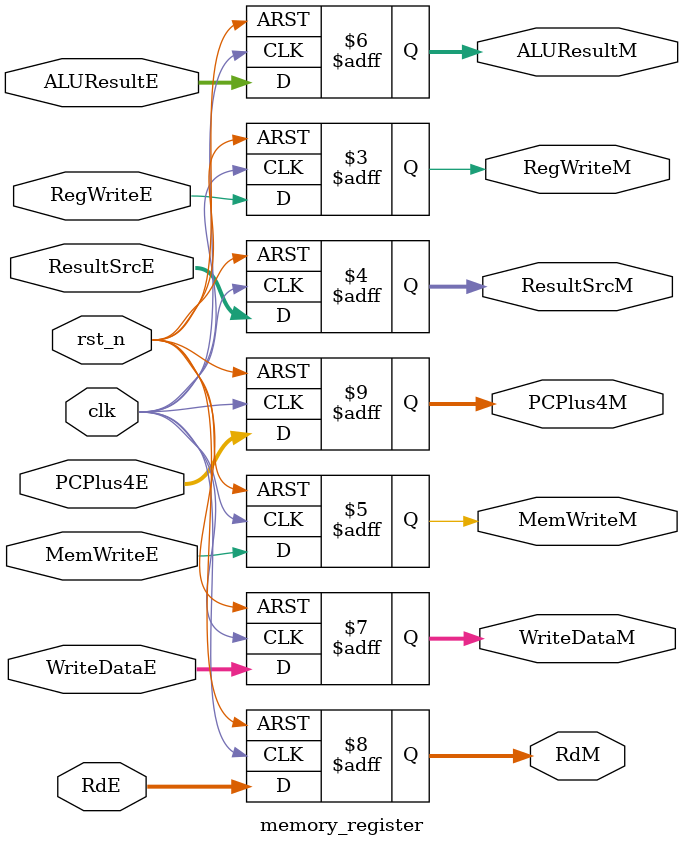
<source format=sv>
module memory_register (
    input clk , rst_n ,
    // control signals inputs
    input RegWriteE ,
    input [1:0] ResultSrcE ,
    input MemWriteE ,
    // data inputs 
    input [31:0] ALUResultE,
    input [31:0] WriteDataE,
    input [4:0] RdE,
    input [31:0] PCPlus4E,
    // control signals ouputs
    output reg RegWriteM ,
    output reg [1:0] ResultSrcM ,
    output reg MemWriteM ,
    // data outputs
    output reg [31:0] ALUResultM,
    output reg [31:0] WriteDataM,
    output reg [4:0] RdM,
    output reg [31:0] PCPlus4M
);
always @(posedge clk  , negedge rst_n ) begin
    if(~rst_n) begin // reset the whole register
        // reset control signals
        RegWriteM <= 0;
        ResultSrcM <= 0;
        MemWriteM <= 0;
        // reset data
        ALUResultM <= 0;
        WriteDataM <= 0;
        RdM <= 0;
        PCPlus4M <= 0;
    end
    else begin
        // update control signals
        RegWriteM <= RegWriteE;
        ResultSrcM <= ResultSrcE;
        MemWriteM <= MemWriteE;
        // update data
        ALUResultM <= ALUResultE;
        WriteDataM <= WriteDataE;
        RdM <= RdE;
        PCPlus4M <= PCPlus4E;
    end
end
    
endmodule

</source>
